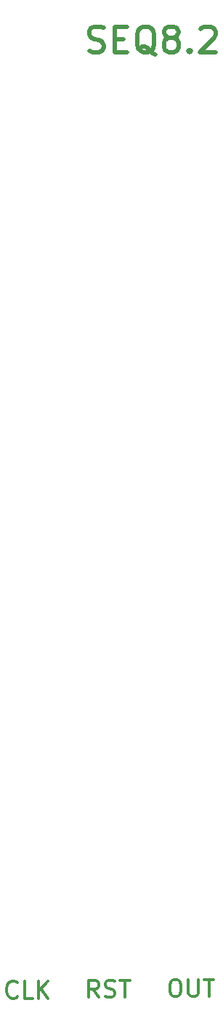
<source format=gtl>
G04 #@! TF.GenerationSoftware,KiCad,Pcbnew,5.1.7-a382d34a8~87~ubuntu18.04.1*
G04 #@! TF.CreationDate,2021-01-14T14:15:41+00:00*
G04 #@! TF.ProjectId,seq8.2-panel,73657138-2e32-42d7-9061-6e656c2e6b69,rev?*
G04 #@! TF.SameCoordinates,Original*
G04 #@! TF.FileFunction,Copper,L1,Top*
G04 #@! TF.FilePolarity,Positive*
%FSLAX46Y46*%
G04 Gerber Fmt 4.6, Leading zero omitted, Abs format (unit mm)*
G04 Created by KiCad (PCBNEW 5.1.7-a382d34a8~87~ubuntu18.04.1) date 2021-01-14 14:15:41*
%MOMM*%
%LPD*%
G01*
G04 APERTURE LIST*
G04 #@! TA.AperFunction,NonConductor*
%ADD10C,0.300000*%
G04 #@! TD*
G04 #@! TA.AperFunction,NonConductor*
%ADD11C,0.500000*%
G04 #@! TD*
G04 APERTURE END LIST*
D10*
X101898700Y-141106661D02*
X102279652Y-141106661D01*
X102470128Y-141201900D01*
X102660604Y-141392376D01*
X102755842Y-141773328D01*
X102755842Y-142439995D01*
X102660604Y-142820947D01*
X102470128Y-143011423D01*
X102279652Y-143106661D01*
X101898700Y-143106661D01*
X101708223Y-143011423D01*
X101517747Y-142820947D01*
X101422509Y-142439995D01*
X101422509Y-141773328D01*
X101517747Y-141392376D01*
X101708223Y-141201900D01*
X101898700Y-141106661D01*
X103612985Y-141106661D02*
X103612985Y-142725709D01*
X103708223Y-142916185D01*
X103803461Y-143011423D01*
X103993938Y-143106661D01*
X104374890Y-143106661D01*
X104565366Y-143011423D01*
X104660604Y-142916185D01*
X104755842Y-142725709D01*
X104755842Y-141106661D01*
X105422509Y-141106661D02*
X106565366Y-141106661D01*
X105993938Y-143106661D02*
X105993938Y-141106661D01*
X93151461Y-143195561D02*
X92484795Y-142243180D01*
X92008604Y-143195561D02*
X92008604Y-141195561D01*
X92770509Y-141195561D01*
X92960985Y-141290800D01*
X93056223Y-141386038D01*
X93151461Y-141576514D01*
X93151461Y-141862228D01*
X93056223Y-142052704D01*
X92960985Y-142147942D01*
X92770509Y-142243180D01*
X92008604Y-142243180D01*
X93913366Y-143100323D02*
X94199080Y-143195561D01*
X94675271Y-143195561D01*
X94865747Y-143100323D01*
X94960985Y-143005085D01*
X95056223Y-142814609D01*
X95056223Y-142624133D01*
X94960985Y-142433657D01*
X94865747Y-142338419D01*
X94675271Y-142243180D01*
X94294319Y-142147942D01*
X94103842Y-142052704D01*
X94008604Y-141957466D01*
X93913366Y-141766990D01*
X93913366Y-141576514D01*
X94008604Y-141386038D01*
X94103842Y-141290800D01*
X94294319Y-141195561D01*
X94770509Y-141195561D01*
X95056223Y-141290800D01*
X95627652Y-141195561D02*
X96770509Y-141195561D01*
X96199080Y-143195561D02*
X96199080Y-141195561D01*
X83658223Y-143119385D02*
X83562985Y-143214623D01*
X83277271Y-143309861D01*
X83086795Y-143309861D01*
X82801080Y-143214623D01*
X82610604Y-143024147D01*
X82515366Y-142833671D01*
X82420128Y-142452719D01*
X82420128Y-142167004D01*
X82515366Y-141786052D01*
X82610604Y-141595576D01*
X82801080Y-141405100D01*
X83086795Y-141309861D01*
X83277271Y-141309861D01*
X83562985Y-141405100D01*
X83658223Y-141500338D01*
X85467747Y-143309861D02*
X84515366Y-143309861D01*
X84515366Y-141309861D01*
X86134414Y-143309861D02*
X86134414Y-141309861D01*
X87277271Y-143309861D02*
X86420128Y-142167004D01*
X87277271Y-141309861D02*
X86134414Y-142452719D01*
D11*
X92045757Y-32964285D02*
X92474328Y-33107142D01*
X93188614Y-33107142D01*
X93474328Y-32964285D01*
X93617185Y-32821428D01*
X93760042Y-32535714D01*
X93760042Y-32250000D01*
X93617185Y-31964285D01*
X93474328Y-31821428D01*
X93188614Y-31678571D01*
X92617185Y-31535714D01*
X92331471Y-31392857D01*
X92188614Y-31250000D01*
X92045757Y-30964285D01*
X92045757Y-30678571D01*
X92188614Y-30392857D01*
X92331471Y-30250000D01*
X92617185Y-30107142D01*
X93331471Y-30107142D01*
X93760042Y-30250000D01*
X95045757Y-31535714D02*
X96045757Y-31535714D01*
X96474328Y-33107142D02*
X95045757Y-33107142D01*
X95045757Y-30107142D01*
X96474328Y-30107142D01*
X99760042Y-33392857D02*
X99474328Y-33250000D01*
X99188614Y-32964285D01*
X98760042Y-32535714D01*
X98474328Y-32392857D01*
X98188614Y-32392857D01*
X98331471Y-33107142D02*
X98045757Y-32964285D01*
X97760042Y-32678571D01*
X97617185Y-32107142D01*
X97617185Y-31107142D01*
X97760042Y-30535714D01*
X98045757Y-30250000D01*
X98331471Y-30107142D01*
X98902900Y-30107142D01*
X99188614Y-30250000D01*
X99474328Y-30535714D01*
X99617185Y-31107142D01*
X99617185Y-32107142D01*
X99474328Y-32678571D01*
X99188614Y-32964285D01*
X98902900Y-33107142D01*
X98331471Y-33107142D01*
X101331471Y-31392857D02*
X101045757Y-31250000D01*
X100902900Y-31107142D01*
X100760042Y-30821428D01*
X100760042Y-30678571D01*
X100902900Y-30392857D01*
X101045757Y-30250000D01*
X101331471Y-30107142D01*
X101902900Y-30107142D01*
X102188614Y-30250000D01*
X102331471Y-30392857D01*
X102474328Y-30678571D01*
X102474328Y-30821428D01*
X102331471Y-31107142D01*
X102188614Y-31250000D01*
X101902900Y-31392857D01*
X101331471Y-31392857D01*
X101045757Y-31535714D01*
X100902900Y-31678571D01*
X100760042Y-31964285D01*
X100760042Y-32535714D01*
X100902900Y-32821428D01*
X101045757Y-32964285D01*
X101331471Y-33107142D01*
X101902900Y-33107142D01*
X102188614Y-32964285D01*
X102331471Y-32821428D01*
X102474328Y-32535714D01*
X102474328Y-31964285D01*
X102331471Y-31678571D01*
X102188614Y-31535714D01*
X101902900Y-31392857D01*
X103760042Y-32821428D02*
X103902900Y-32964285D01*
X103760042Y-33107142D01*
X103617185Y-32964285D01*
X103760042Y-32821428D01*
X103760042Y-33107142D01*
X105045757Y-30392857D02*
X105188614Y-30250000D01*
X105474328Y-30107142D01*
X106188614Y-30107142D01*
X106474328Y-30250000D01*
X106617185Y-30392857D01*
X106760042Y-30678571D01*
X106760042Y-30964285D01*
X106617185Y-31392857D01*
X104902900Y-33107142D01*
X106760042Y-33107142D01*
M02*

</source>
